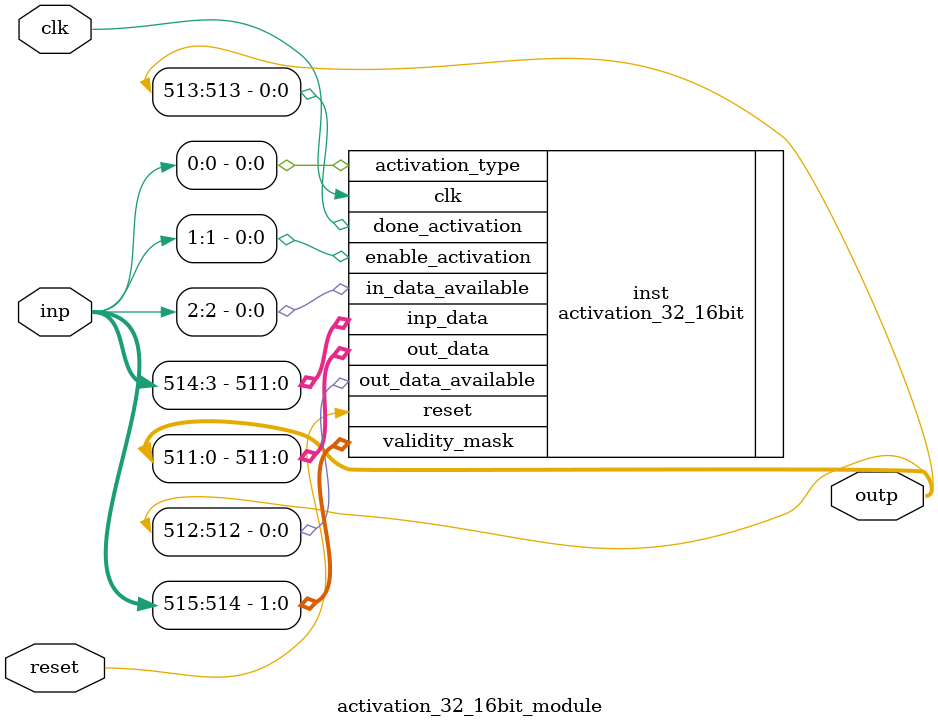
<source format=v>
module adder_tree_1_16bit (input clk,input reset,input [31:0] inp, output reg [31:0] outp);

adder_tree_1stage_16bit inst(.clk(clk),.reset(reset),.inp00(inp[15:0]),.inp01(inp[31:16]),.sum_out(outp));

endmodule

module adder_tree_2_16bit (input clk, input reset, input [63:0] inp, output reg [31:0] outp);

adder_tree_2stage_16bit inst(.clk(clk),.reset(reset),.inp00(inp[15:0]),.inp01(inp[31:16]),.inp10(inp[47:32]),.inp11(inp[63:48]),.sum_out(outp));

endmodule

module adder_tree_3_16bit (input clk, input reset, input [127:0] inp, output reg [31:0] outp);

adder_tree_3stage_16bit inst (.clk(clk),.reset(reset),.inp00(inp[15:0]),.inp01(inp[31:16]),.inp10(inp[47:32]),.inp11(inp[63:48]),.inp20(inp[79:64]),.inp21(inp[95:80]),.inp30(inp[111:96]),.inp31(inp[127:112]),.sum_out(outp));

endmodule

module adder_tree_4_16bit (input clk, input reset, input [255:0] inp, output reg [31:0] outp);

adder_tree_4stage_16bit inst(.clk(clk),.reset(reset),.inp00(inp[15:0]),.inp01(inp[31:16]),.inp10(inp[47:32]),.inp11(inp[63:48]),.inp20(inp[79:64]),.inp21(inp[95:80]),.inp30(inp[111:96]),.inp31(inp[127:112]),.inp40(inp[143:128]),.inp41(inp[159:144]),.inp50(inp[175:160]),.inp51(inp[191:176]),.inp60(inp[207:192]),.inp61(inp[223:208]),.inp70(inp[239:224]),.inp71(inp[255:240]),.sum_out(outp));

endmodule

module adder_tree_1_8bit (input clk, input reset, input [15:0] inp, output reg [15:0] outp);

adder_tree_1stage_8bit inst(.clk(clk),.reset(reset),.inp00(inp[7:0]),.inp01(inp[15:8]),.sum_out(outp));

endmodule

module adder_tree_2_8bit (input clk, input reset, input [31:0] inp, output reg [15:0] outp);

adder_tree_2stage_8bit inst(.clk(clk),.reset(reset),.inp00(inp[7:0]),.inp01(inp[15:8]),.inp10(inp[23:16]),.inp11(inp[31:24]),.sum_out(outp));

endmodule

module adder_tree_3_8bit (input clk, input reset, input [63:0] inp, output reg [15:0] outp);

adder_tree_3stage_8bit inst (.clk(clk),.reset(reset),.inp00(inp[7:0]),.inp01(inp[15:8]),.inp10(inp[23:16]),.inp11(inp[31:24]),.inp20(inp[39:32]),.inp21(inp[47:40]),.inp30(inp[55:48]),.inp31(inp[63:56]),.sum_out(outp));

endmodule

module adder_tree_4_8bit (input clk, input reset, input [127:0] inp, output reg [15:0] outp);

adder_tree_4stage_8bit inst(.clk(clk),.reset(reset),.inp00(inp[7:0]),.inp01(inp[15:8]),.inp10(inp[23:16]),.inp11(inp[31:24]),.inp20(inp[39:32]),.inp21(inp[47:40]),.inp30(inp[55:48]),.inp31(inp[63:56]),.inp40(inp[71:64]),.inp41(inp[79:72]),.inp50(inp[87:80]),.inp51(inp[95:88]),.inp60(inp[103:96]),.inp61(inp[111:104]),.inp70(inp[119:112]),.inp71(inp[127:120]),.sum_out(outp));

endmodule

module adder_tree_1_4bit (input clk, input reset, input [7:0] inp, output reg [7:0] outp);

adder_tree_1stage_4bit inst(.clk(clk),.reset(reset),.inp00(inp[3:0]),.inp01(inp[7:4]),.sum_out(outp));

endmodule

module adder_tree_2_4bit (input clk, input reset, input [15:0] inp, output reg [7:0] outp);

adder_tree_2stage_4bit inst(.clk(clk),.reset(reset),.inp00(inp[3:0]),.inp01(inp[7:4]),.inp10(inp[11:8]),.inp11(inp[15:12]),.sum_out(outp));

endmodule

module adder_tree_3_4bit (input clk, input reset, input [31:0] inp, output reg [7:0] outp);

adder_tree_3stage_4bit inst (.clk(clk),.reset(reset),.inp00(inp[3:0]),.inp01(inp[7:4]),.inp10(inp[11:8]),.inp11(inp[15:12]),.inp20(inp[19:16]),.inp21(inp[23:20]),.inp30(inp[27:24]),.inp31(inp[31:28]),.sum_out(outp));

endmodule

module adder_tree_4_4bit (input clk, input reset, input [63:0] inp, output reg [7:0] outp);

adder_tree_4stage_4bit inst(.clk(clk),.reset(reset),.inp00(inp[3:0]),.inp01(inp[7:4]),.inp10(inp[11:8]),.inp11(inp[15:12]),.inp20(inp[19:16]),.inp21(inp[23:20]),.inp30(inp[27:24]),.inp31(inp[31:28]),.inp40(inp[35:32]),.inp41(inp[39:36]),.inp50(inp[43:40]),.inp51(inp[47:44]),.inp60(inp[51:48]),.inp61(inp[55:52]),.inp70(inp[59:56]),.inp71(inp[63:60]),.sum_out(outp));

endmodule

module adder_tree_3_fp16bit (input clk, input reset, input [131:0] inp, output reg [15:0] outp);

mode4_adder_tree inst(
  .inp0(inp[15:0]),
  .inp1(inp[31:16]),
  .inp2(inp[47:32]),
  .inp3(inp[63:48]),
  .inp4(inp[79:64]),
  .inp5(inp[95:80]),
  .inp6(inp[111:96]),
  .inp7(inp[127:112]),
  .mode4_stage0_run(inp[128]),
  .mode4_stage1_run(inp[129]),
  .mode4_stage2_run(inp[130]),
  .mode4_stage3_run(inp[131]),

  .clk(clk),
  .reset(reset),
  .outp(outp[15:0])
);

endmodule

module dpram_1024_32bit_module (input clk, input reset, input [85:0] inp, output reg [63:0] outp);

dpram inst (.clk(clk),.address_a(inp[9:0]),.address_b(inp[19:10]),.wren_a(inp[20]),.wren_b(inp[21]),.data_a(inp[53:22]),.data_b(inp[85:54]),.out_a(outp[31:0]),.out_b(outp[63:32]));

endmodule

module dpram_1024_64bit_module (input clk, input reset, input [149:0] inp, output reg [63:0] outp );

dpram_1024_64bit inst (.clk(clk),.address_a(inp[9:0]),.address_b(inp[19:10]),.wren_a(inp[20]),.wren_b(inp[21]),.data_a(inp[85:22]),.data_b(inp[149:86]),.out_a(outp[31:0]),.out_b(outp[63:32]));

endmodule

module dpram_2048_64bit_module (input clk, input reset, input [151:0] inp, output reg [127:0] outp);

dpram_2048_64bit inst (.clk(clk),.address_a(inp[10:0]),.address_b(inp[21:11]),.wren_a(inp[22]),.wren_b(inp[23]),.data_a(inp[87:24]),.data_b(inp[151:88]),.out_a(outp[63:0]),.out_b(outp[127:64]));

endmodule

module dpram_2048_32bit_module (input clk, input reset, input [87:0] inp, output reg [63:0] outp);

dpram_2048_32bit inst (.clk(clk),.address_a(inp[10:0]),.address_b(inp[21:11]),.wren_a(inp[22]),.wren_b(inp[23]),.data_a(inp[55:24]),.data_b(inp[87:56]),.out_a(outp[31:0]),.out_b(outp[63:32]));

endmodule

module dpram_1024_40bit_module (input clk, input reset, input [101:0] inp, output reg [79:0] outp);

dpram_1024_40bit inst (.clk(clk),.address_a(inp[9:0]),.address_b(inp[19:10]),.wren_a(inp[20]),.wren_b(inp[21]),.data_a(inp[61:22]),.data_b(inp[101:62]),.out_a(outp[39:0]),.out_b(outp[79:40]));

endmodule

module dpram_1024_60bit_module (input clk, input reset, input [141:0] inp, output reg [119:0] outp);

dpram_1024_60bit inst (.clk(clk),.address_a(inp[9:0]),.address_b(inp[19:10]),.wren_a(inp[20]),.wren_b(inp[21]),.data_a(inp[81:22]),.data_b(inp[141:82]),.out_a(outp[59:0]),.out_b(outp[119:60]));

endmodule

module dpram_2048_40bit_module (input clk, input reset, input [103:0] inp, output reg [79:0] outp);

dpram_2048_40bit inst (.clk(clk),.address_a(inp[10:0]),.address_b(inp[21:11]),.wren_a(inp[22]),.wren_b(inp[23]),.data_a(inp[63:24]),.data_b(inp[103:64]),.out_a(outp[39:0]),.out_b(outp[79:40]));

endmodule

module dpram_2048_60bit_module (input clk, input reset, input [143:0] inp, output reg [119:0] outp);

dpram_2048_60bit inst (.clk(clk),.address_a(inp[10:0]),.address_b(inp[21:11]),.wren_a(inp[22]),.wren_b(inp[23]),.data_a(inp[83:24]),.data_b(inp[143:84]),.out_a(outp[59:0]),.out_b(outp[119:60]));

endmodule

module dpram_4096_40bit_module (input clk, input reset, input [105:0] inp, output reg [79:0] outp);

dpram_4096_40bit inst (.clk(clk),.address_a(inp[11:0]),.address_b(inp[23:12]),.wren_a(inp[24]),.wren_b(inp[25]),.data_a(inp[65:26]),.data_b(inp[105:66]),.out_a(outp[39:0]),.out_b(outp[79:40]));

endmodule

module dpram_4096_60bit_module (input clk, input reset, input [145:0] inp, output reg [119:0] outp);

dpram_4096_60bit inst (.clk(clk),.address_a(inp[11:0]),.address_b(inp[23:12]),.wren_a(inp[24]),.wren_b(inp[25]),.data_a(inp[85:26]),.data_b(inp[145:86]),.out_a(outp[59:0]),.out_b(outp[119:60]));

endmodule

module spram_1024_32bit_module (input clk,input reset,input [42:0] inp, output reg [31:0] outp);

spram inst (.clk(clk),.address(inp[9:0]),.wren(inp[10]),.data(inp[42:11]),.out(outp));

endmodule

module spram_2048_40bit_module (input clk,input reset,input [51:0] inp, output reg [39:0] outp);

spram_2048_40bit inst (.clk(clk),.address(inp[10:0]),.wren(inp[11]),.data(inp[51:12]),.out(outp));

endmodule

module spram_2048_60bit_module (input clk,input reset,input [71:0] inp, output reg [59:0] outp);

spram_2048_60bit inst (.clk(clk),.address(inp[10:0]),.wren(inp[11]),.data(inp[71:12]),.out(outp));

endmodule

module spram_4096_40bit_module (input clk,input reset,input [52:0] inp, output reg [39:0] outp);

spram_4096_40bit inst (.clk(clk),.address(inp[11:0]),.wren(inp[12]),.data(inp[52:13]),.out(outp));

endmodule

module spram_4096_60bit_module (input clk,input reset,input [72:0] inp, output reg [59:0] outp);

spram_4096_60bit inst (.clk(clk),.address(inp[11:0]),.wren(inp[12]),.data(inp[72:13]),.out(outp));

endmodule

module dbram_2048_40bit_module (input clk,input reset,input [103:0] inp, output reg [79:0] outp);

dbram_2048_40bit inst (.clk(clk),.reset(reset),.address_a(inp[10:0]),.address_b(inp[21:11]),.wren_a(inp[22]),.wren_b(inp[23]),.data_a(inp[63:24]),.data_b(inp[103:64]),.out_a(outp[39:0]),.out_b(outp[79:40]));

endmodule

module dbram_2048_60bit_module (input clk,input reset,input [143:0] inp, output reg [119:0] outp);

dbram_2048_60bit inst (.clk(clk),.reset(reset),.address_a(inp[10:0]),.address_b(inp[21:11]),.wren_a(inp[22]),.wren_b(inp[23]),.data_a(inp[83:24]),.data_b(inp[143:84]),.out_a(outp[59:0]),.out_b(outp[119:60]));

endmodule

module dbram_4096_40bit_module (input clk,input reset,input [105:0] inp, output reg [79:0] outp);

dbram_4096_40bit inst (.clk(clk),.reset(reset),.address_a(inp[11:0]),.address_b(inp[23:12]),.wren_a(inp[24]),.wren_b(inp[25]),.data_a(inp[65:26]),.data_b(inp[105:66]),.out_a(outp[39:0]),.out_b(outp[79:40]));

endmodule

module dbram_4096_60bit_module (input clk,input reset,input [145:0] inp, output reg [119:0] outp);

dbram_4096_60bit inst (.clk(clk),.reset(reset),.address_a(inp[11:0]),.address_b(inp[23:12]),.wren_a(inp[24]),.wren_b(inp[25]),.data_a(inp[85:26]),.data_b(inp[145:86]),.out_a(outp[59:0]),.out_b(outp[119:40]));

endmodule


module fifo_256_40bit_module (input clk,input reset,input [42:0] inp, output reg [41:0] outp);

fifo_256_40bit inst (.clk(clk),.rst(reset),.clr(inp[0]),.din(inp[40:1]),.we(inp[41]),.dout(outp[39:0]),.re(inp[42]),.full(outp[40]),.empty(outp[41]));

endmodule

module fifo_256_60bit_module (input clk,input reset,input [62:0] inp, output reg [61:0] outp);

fifo_256_60bit inst (.clk(clk),.rst(reset),.clr(inp[0]),.din(inp[60:1]),.we(inp[61]),.dout(outp[59:0]),.re(inp[62]),.full(outp[60]),.empty(outp[61]));

endmodule

module fifo_512_60bit_module (input clk,input reset,input [62:0] inp, output reg [61:0] outp);

fifo_512_60bit inst (.clk(clk),.rst(reset),.clr(inp[0]),.din(inp[60:1]),.we(inp[61]),.dout(outp[59:0]),.re(inp[62]),.full(outp[60]),.empty(outp[61]));

endmodule

module fifo_512_40bit_module (input clk,input reset,input [42:0] inp, output reg [41:0] outp);

fifo_512_40bit inst (.clk(clk),.rst(reset),.clr(inp[0]),.din(inp[40:1]),.we(inp[41]),.dout(outp[39:0]),.re(inp[42]),.full(outp[40]),.empty(outp[41]));

endmodule

module tanh_16bit (input clk,input reset, input [15:0] inp, output reg [15:0] outp);

tanh inst (.x(inp),.tanh_out(outp));

endmodule

module sigmoid_16bit (input clk,input reset, input [15:0] inp, output reg [15:0] outp);

sigmoid inst (.x(inp),.sig_out(outp));

endmodule

module systolic_array_4_16bit (input clk, input reset, input [252:0] inp, output reg [130:0] outp);

matmul_4x4_systolic inst(
 .clk(clk),
 .reset(reset),
 .pe_reset(reset),
 .start_mat_mul(inp[0]),
 .done_mat_mul(outp[0]),
 .address_mat_a(inp[11:1]),
 .address_mat_b(inp[22:12]),
 .address_mat_c(inp[33:23]),
 .address_stride_a(inp[40:33]),
 .address_stride_b(inp[48:41]),
 .address_stride_c(inp[56:49]),
 .a_data(inp[88:57]),
 .b_data(inp[120:89]),
 .a_data_in(inp[152:121]), //Data values coming in from previous matmul - systolic connections
 .b_data_in(inp[184:153]),
 .c_data_in(inp[216:185]), //Data values coming in from previous matmul - systolic shifting
 .c_data_out(outp[32:1]), //Data values going out to next matmul - systolic shifting
 .a_data_out(outp[64:33]),
 .b_data_out(outp[96:65]),
 .a_addr(outp[107:97]),
 .b_addr(outp[118:108]),
 .c_addr(outp[129:119]),
 .c_data_available(outp[130]),
 .validity_mask_a_rows(inp[220:217]),
 .validity_mask_a_cols_b_rows(inp[224:221]),
 .validity_mask_b_cols(inp[228:225]),
 .final_mat_mul_size(inp[236:229]),
 .a_loc(inp[244:237]),
 .b_loc(inp[252:245])
);

endmodule

module systolic_array_8_16bit (input clk, input reset, input [774:0] inp, output reg [432:0] outp);

matmul_8x8_systolic inst(
 .clk(clk),
 .reset(reset),
 .pe_reset(reset),
 .start_mat_mul(inp[0]),
 .done_mat_mul(outp[0]),
 .address_mat_a(inp[16:1]),
 .address_mat_b(inp[32:17]),
 .address_mat_c(inp[48:33]),
 .address_stride_a(inp[64:49]),
 .address_stride_b(inp[70:65]),
 .address_stride_c(inp[86:71]),
 .a_data(inp[214:87]),
 .b_data(inp[342:215]),
 .a_data_in(inp[470:343]), //Data values coming in from previous matmul - systolic connections
 .b_data_in(inp[598:471]),
 .c_data_in(inp[726:599]), //Data values coming in from previous matmul - systolic shifting
 .c_data_out(outp[128:1]), //Data values going out to next matmul - systolic shifting
 .a_data_out(outp[256:129]),
 .b_data_out(outp[384:257]),
 .a_addr(outp[399:384]),
 .b_addr(outp[415:400]),
 .c_addr(outp[431:416]),
 .c_data_available(outp[432]),
 .validity_mask_a_rows(inp[734:727]),
 .validity_mask_a_cols_b_rows(inp[742:735]),
 .validity_mask_b_cols(inp[750:743]),
 .final_mat_mul_size(inp[758:751]),
 .a_loc(inp[766:759]),
 .b_loc(inp[774:767])
);

endmodule

module systolic_array_4_fp16bit (input clk, input reset, input [434:0] inp, output reg [223:0] outp);

matmul_4x4_systolic inst(
 .clk(clk),
 .reset(reset),
 .pe_reset(reset),
 .start_mat_mul(inp[0]),
 .done_mat_mul(outp[0]),
 .address_mat_a(inp[10:1]),
 .address_mat_b(inp[20:11]),
 .address_mat_c(inp[30:21]),
 .address_stride_a(inp[46:31]),
 .address_stride_b(inp[62:47]),
 .address_stride_c(inp[78:63]),
 .a_data(inp[142:79]),
 .b_data(inp[206:143]),
 .a_data_in(inp[270:207]), //Data values coming in from previous matmul - systolic connections
 .b_data_in(inp[334:271]),
 .c_data_in(inp[398:335]), //Data values coming in from previous matmul - systolic shifting
 .c_data_out(outp[64:1]), //Data values going out to next matmul - systolic shifting
 .a_data_out(outp[128:65]),
 .b_data_out(outp[192:129]),
 .a_addr(outp[202:193]),
 .b_addr(outp[212:203]),
 .c_addr(outp[222:213]),
 .c_data_available(outp[223]),
 .validity_mask_a_rows(inp[402:399]),
 .validity_mask_a_cols_b_rows(inp[406:403]),
 .validity_mask_b_cols(inp[410:407]),
 .final_mat_mul_size(inp[418:411]),
 .a_loc(inp[426:419]),
 .b_loc(inp[434:427])
);

endmodule

module dsp_chain_2_int_sop_2_module (input clk, input reset, input [147:0] inp, output reg [36:0] outp);

dsp_chain_2_int_sop_2 inst(.clk(clk),.reset(reset),.ax1(inp[17:0]),.ay1(inp[36:18]),.bx1(inp[54:37]),.by1(inp[73:55]),.ax2(inp[91:74]),.ay2(inp[110:92]),.bx2(inp[128:111]),.by2(inp[147:129]),.result(outp[36:0]));

endmodule

module dsp_chain_3_int_sop_2_module (input clk, input reset, input [221:0] inp, output reg [36:0] outp);

dsp_chain_3_int_sop_2 inst(.clk(clk),.reset(reset),.ax1(inp[17:0]),.ay1(inp[36:18]),.bx1(inp[54:37]),.by1(inp[73:55]),.ax2(inp[91:74]),.ay2(inp[110:92]),.bx2(inp[128:111]),.by2(inp[147:129]),.ax3(inp[165:148]),.ay3(inp[184:166]),.bx3(inp[202:185]),.by3(inp[221:203]),.result(outp[36:0]));

endmodule

module dsp_chain_4_int_sop_2_module (input clk, input reset, input [295:0] inp, output reg [36:0] outp);

dsp_chain_4_int_sop_2 inst(.clk(clk),.reset(reset),.ax1(inp[17:0]),.ay1(inp[36:18]),.bx1(inp[54:37]),.by1(inp[73:55]),.ax2(inp[91:74]),.ay2(inp[110:92]),.bx2(inp[128:111]),.by2(inp[147:129]),.ax3(inp[165:148]),.ay3(inp[184:166]),.bx3(inp[202:185]),.by3(inp[221:203]),.ax4(inp[239:222]),.ay4(inp[258:240]),.bx4(inp[276:259]),.by4(inp[295:277]),.result(outp[36:0]));

endmodule

module dsp_chain_2_fp16_sop2_mult_module (input clk, input reset, input [127:0] inp, output reg [31:0] outp);

dsp_chain_2_fp16_sop2_mult inst(.clk(clk),.reset(reset),.top_a1(inp[15:0]),.top_b1(inp[31:16]),.bot_a1(inp[47:32]),.bot_b1(inp[63:48]),.top_a2(inp[79:64]),.top_b2(inp[95:80]),.bot_a2(inp[111:96]),.bot_b2(inp[127:112]),.result(outp));

endmodule

module dsp_chain_3_fp16_sop2_mult_module (input clk, input reset, input [191:0] inp, output reg [31:0] outp);

dsp_chain_3_fp16_sop2_mult inst(.clk(clk),.reset(reset),.top_a1(inp[15:0]),.top_b1(inp[31:16]),.bot_a1(inp[47:32]),.bot_b1(inp[63:48]),.top_a2(inp[79:64]),.top_b2(inp[95:80]),.bot_a2(inp[111:96]),.bot_b2(inp[127:112]),.top_a3(inp[143:128]),.top_b3(inp[159:144]),.bot_a3(inp[175:160]),.bot_b3(inp[191:176]),.result(outp));

endmodule

module dsp_chain_4_fp16_sop2_mult_module (input clk, input reset, input [255:0] inp, output reg [31:0] outp);

dsp_chain_4_fp16_sop2_mult inst(.clk(clk),.reset(reset),.top_a1(inp[15:0]),.top_b1(inp[31:16]),.bot_a1(inp[47:32]),.bot_b1(inp[63:48]),.top_a2(inp[79:64]),.top_b2(inp[95:80]),.bot_a2(inp[111:96]),.bot_b2(inp[127:112]),.top_a3(inp[143:128]),.top_b3(inp[159:144]),.bot_a3(inp[175:160]),.bot_b3(inp[191:176]),.top_a4(inp[207:192]),.top_b4(inp[223:208]),.bot_a4(inp[239:224]),.bot_b4(inp[255:240]),.result(outp));

endmodule

module tensor_block_bf16_module (input clk, input reset, input [264:0] inp, output reg [271:0] outp);

tensor_block_bf16 inst(
	.clk(clk),
	.reset(reset),

	.data_in(inp[79:0]),
	.cascade_in(inp[159:80]),
	.acc0_in(inp[191:160]),
	.acc1_in(inp[223:192]),
	.acc2_in(inp[255:224]),
	.accumulator_input1_select(inp[258:256]),

	.out0(outp[31:0]),
	.out1(outp[63:32]),
	.out2(outp[95:64]),
	.cascade_out(outp[175:96]),
	.acc0_out(outp[207:176]),
	.acc1_out(outp[239:208]),
	.acc2_out(outp[271:240]),

	.mux1_select(inp[259]),
	.dot_unit_input_1_enable(inp[260]),
	.bank0_data_in_enable(inp[261]),
	.bank1_data_in_enable(inp[262]),
	.cascade_out_select(inp[263]),
	.dot_unit_input_2_select(inp[264])

	);

endmodule

module tensor_block_module (input clk, input reset, input [264:0] inp, output reg [250:0] outp);

tensor_block inst(
	.clk(clk),
	.reset(reset),

	.data_in(inp[79:0]),
	.cascade_in(inp[159:80]),
	.acc0_in(inp[191:160]),
	.acc1_in(inp[223:192]),
	.acc2_in(inp[255:224]),
	.accumulator_input1_select(inp[258:256]),

	.out0(outp[24:0]),
	.out1(outp[49:25]),
	.out2(outp[74:50]),
	.cascade_out(outp[154:75]),
	.acc0_out(outp[186:155]),
	.acc1_out(outp[218:187]),
	.acc2_out(outp[250:219]),

	.mux1_select(inp[259]),
	.dot_unit_input_1_enable(inp[260]),
	.bank0_data_in_enable(inp[261]),
	.bank1_data_in_enable(inp[262]),
	.cascade_out_select(inp[263]),
	.dot_unit_input_2_select(inp[264])

	);

endmodule


module activation_32_8bit_module (input clk, input reset, input [260:0] inp, output reg [257:0] outp);

activation_32_8bit inst (
    .activation_type(inp[0]),
    .enable_activation(inp[1]),
    .in_data_available(inp[2]),
    .inp_data(inp[258:3]),
    .out_data(outp[255:0]),
    .out_data_available(outp[256]),
    .validity_mask(inp[260:259]),
    .done_activation(outp[257]),
    .clk(clk),
    .reset(reset)
);

endmodule

module activation_32_16bit_module (input clk, input reset, input [515:0] inp, output reg [513:0] outp);

activation_32_16bit inst (
    .activation_type(inp[0]),
    .enable_activation(inp[1]),
    .in_data_available(inp[2]),
    .inp_data(inp[514:3]),
    .out_data(outp[511:0]),
    .out_data_available(outp[512]),
    .validity_mask(inp[515:514]),
    .done_activation(outp[513]),
    .clk(clk),
    .reset(reset)
);

endmodule


</source>
